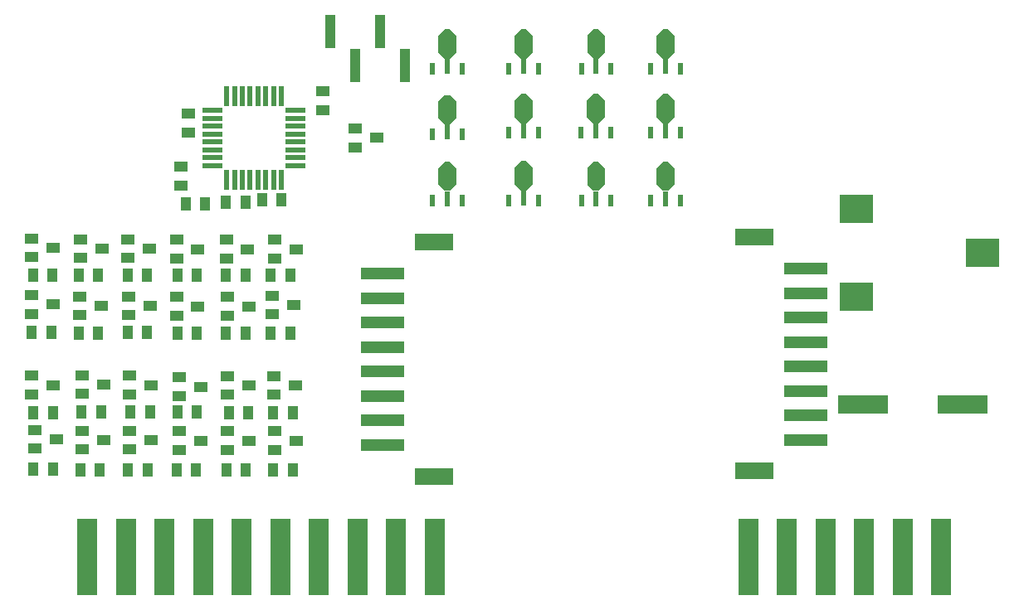
<source format=gbp>
G04*
G04 #@! TF.GenerationSoftware,Altium Limited,Altium Designer,18.1.7 (191)*
G04*
G04 Layer_Color=128*
%FSLAX44Y44*%
%MOMM*%
G71*
G01*
G75*
%ADD16R,1.0200X3.5000*%
%ADD19R,1.4000X1.1000*%
%ADD26R,1.1000X1.4000*%
%ADD28R,4.5000X1.3000*%
%ADD29R,3.9000X1.8000*%
%ADD30R,1.4000X1.0000*%
%ADD37R,2.0000X7.8740*%
%ADD64R,3.5000X3.0000*%
%ADD65R,0.5500X2.0000*%
%ADD66R,2.0000X0.5500*%
%ADD67R,0.5000X1.2000*%
%ADD68R,0.5000X1.6000*%
%ADD69R,5.0800X1.9000*%
G36*
X921530Y825930D02*
Y808930D01*
X915030Y802430D01*
X910030D01*
X903530Y808930D01*
Y825930D01*
X910030Y832430D01*
X915030D01*
X921530Y825930D01*
D02*
G37*
G36*
X843614Y825930D02*
Y808930D01*
X837114Y802430D01*
X832114D01*
X825614Y808930D01*
Y825930D01*
X832114Y832430D01*
X837114D01*
X843614Y825930D01*
D02*
G37*
G36*
X921530Y759950D02*
Y742950D01*
X915030Y736450D01*
X910030D01*
X903530Y742950D01*
Y759950D01*
X910030Y766450D01*
X915030D01*
X921530Y759950D01*
D02*
G37*
G36*
X843614Y758794D02*
Y741794D01*
X837114Y735294D01*
X832114D01*
X825614Y741794D01*
Y758794D01*
X832114Y765294D01*
X837114D01*
X843614Y758794D01*
D02*
G37*
G36*
X921530Y691310D02*
Y674310D01*
X915030Y667810D01*
X910030D01*
X903530Y674310D01*
Y691310D01*
X910030Y697810D01*
X915030D01*
X921530Y691310D01*
D02*
G37*
G36*
X843614Y690810D02*
Y673810D01*
X837114Y667310D01*
X832114D01*
X825614Y673810D01*
Y690810D01*
X832114Y697310D01*
X837114D01*
X843614Y690810D01*
D02*
G37*
G36*
X1066310Y825930D02*
Y808930D01*
X1059810Y802430D01*
X1054810D01*
X1048310Y808930D01*
Y825930D01*
X1054810Y832430D01*
X1059810D01*
X1066310Y825930D01*
D02*
G37*
G36*
X995550D02*
Y808930D01*
X989050Y802430D01*
X984050D01*
X977550Y808930D01*
Y825930D01*
X984050Y832430D01*
X989050D01*
X995550Y825930D01*
D02*
G37*
G36*
X1066310Y759950D02*
Y742950D01*
X1059810Y736450D01*
X1054810D01*
X1048310Y742950D01*
Y759950D01*
X1054810Y766450D01*
X1059810D01*
X1066310Y759950D01*
D02*
G37*
G36*
X995310D02*
Y742950D01*
X988810Y736450D01*
X983810D01*
X977310Y742950D01*
Y759950D01*
X983810Y766450D01*
X988810D01*
X995310Y759950D01*
D02*
G37*
G36*
X1066310Y690810D02*
Y673810D01*
X1059810Y667310D01*
X1054810D01*
X1048310Y673810D01*
Y690810D01*
X1054810Y697310D01*
X1059810D01*
X1066310Y690810D01*
D02*
G37*
G36*
X995550Y690810D02*
Y673810D01*
X989050Y667310D01*
X984050D01*
X977550Y673810D01*
Y690810D01*
X984050Y697310D01*
X989050D01*
X995550Y690810D01*
D02*
G37*
D16*
X714906Y830070D02*
D03*
X740306Y795070D02*
D03*
X765706Y830070D02*
D03*
X791106Y795070D02*
D03*
D19*
X562610Y692230D02*
D03*
Y672230D02*
D03*
X570573Y726600D02*
D03*
Y746600D02*
D03*
X707390Y749460D02*
D03*
Y769460D02*
D03*
D26*
X567850Y654050D02*
D03*
X587850D02*
D03*
X461576Y441840D02*
D03*
X481576D02*
D03*
X674360Y581283D02*
D03*
X654360D02*
D03*
X657156Y440960D02*
D03*
X677156D02*
D03*
X611702Y440960D02*
D03*
X631702D02*
D03*
X559366Y441840D02*
D03*
X579366D02*
D03*
X511244D02*
D03*
X531244D02*
D03*
X508298Y581283D02*
D03*
X528298D02*
D03*
X508744Y382270D02*
D03*
X528744D02*
D03*
X412379Y383420D02*
D03*
X432379D02*
D03*
X508298Y523197D02*
D03*
X528298D02*
D03*
X458546Y522317D02*
D03*
X478546D02*
D03*
X410704Y523197D02*
D03*
X430704D02*
D03*
X558398Y381890D02*
D03*
X578398D02*
D03*
X654360Y521970D02*
D03*
X674360D02*
D03*
X608756D02*
D03*
X628756D02*
D03*
X645480Y658052D02*
D03*
X665480D02*
D03*
X559222Y521970D02*
D03*
X579222D02*
D03*
X628830Y581283D02*
D03*
X608830D02*
D03*
X412379Y440960D02*
D03*
X432379D02*
D03*
X559222Y581283D02*
D03*
X579222D02*
D03*
X458630D02*
D03*
X478630D02*
D03*
X460222Y382540D02*
D03*
X480222D02*
D03*
X657156Y381890D02*
D03*
X677156D02*
D03*
X609202Y381890D02*
D03*
X629202D02*
D03*
X411934Y581283D02*
D03*
X431934D02*
D03*
X608971Y655512D02*
D03*
X628971D02*
D03*
D28*
X1200790Y488000D02*
D03*
Y463000D02*
D03*
Y438000D02*
D03*
Y413000D02*
D03*
Y513000D02*
D03*
Y538000D02*
D03*
Y563000D02*
D03*
Y588000D02*
D03*
X768202Y507800D02*
D03*
Y532800D02*
D03*
Y557800D02*
D03*
Y582800D02*
D03*
Y482800D02*
D03*
Y457800D02*
D03*
Y432800D02*
D03*
Y407800D02*
D03*
D29*
X1147790Y620000D02*
D03*
Y381000D02*
D03*
X821202Y375800D02*
D03*
Y614800D02*
D03*
D30*
X740840Y711860D02*
D03*
Y730860D02*
D03*
X762840Y721360D02*
D03*
X432640Y469010D02*
D03*
X410640Y478510D02*
D03*
Y459510D02*
D03*
X432640Y609300D02*
D03*
X410640Y618800D02*
D03*
Y599800D02*
D03*
X582952Y467316D02*
D03*
X560952Y476816D02*
D03*
Y457816D02*
D03*
X580223Y607770D02*
D03*
X558223Y617270D02*
D03*
Y598270D02*
D03*
X483722Y469280D02*
D03*
X461722Y478780D02*
D03*
Y459780D02*
D03*
X482046Y608420D02*
D03*
X460046Y617920D02*
D03*
Y598920D02*
D03*
X632701Y468630D02*
D03*
X610701Y478130D02*
D03*
Y459130D02*
D03*
X631026Y607770D02*
D03*
X609026Y617270D02*
D03*
Y598270D02*
D03*
X680290Y607770D02*
D03*
X658290Y617270D02*
D03*
Y598270D02*
D03*
X435879Y413683D02*
D03*
X413879Y423183D02*
D03*
Y404183D02*
D03*
X432185Y551180D02*
D03*
X410185Y560680D02*
D03*
Y541680D02*
D03*
X582906Y412153D02*
D03*
X560906Y421653D02*
D03*
Y402653D02*
D03*
X580223Y549445D02*
D03*
X558223Y558945D02*
D03*
Y539944D02*
D03*
X483722Y412803D02*
D03*
X461722Y422303D02*
D03*
Y403303D02*
D03*
X481533Y550094D02*
D03*
X459533Y559594D02*
D03*
Y540594D02*
D03*
X632701Y412153D02*
D03*
X610701Y421653D02*
D03*
Y402653D02*
D03*
X632030Y549445D02*
D03*
X610030Y558945D02*
D03*
Y539944D02*
D03*
X532244Y469010D02*
D03*
X510244Y478510D02*
D03*
Y459510D02*
D03*
X530568Y608150D02*
D03*
X508568Y617650D02*
D03*
Y598650D02*
D03*
X532244Y412533D02*
D03*
X510244Y422033D02*
D03*
Y403033D02*
D03*
X679426Y468630D02*
D03*
X657426Y478130D02*
D03*
Y459130D02*
D03*
X531698Y549910D02*
D03*
X509698Y559410D02*
D03*
Y540410D02*
D03*
X680656Y412153D02*
D03*
X658656Y421653D02*
D03*
Y402653D02*
D03*
X677710Y550714D02*
D03*
X655710Y560215D02*
D03*
Y541214D02*
D03*
D37*
X821960Y293370D02*
D03*
X782560D02*
D03*
X743160D02*
D03*
X703760D02*
D03*
X664360D02*
D03*
X624960D02*
D03*
X585560D02*
D03*
X546160D02*
D03*
X506760D02*
D03*
X467360D02*
D03*
X1338580D02*
D03*
X1299180D02*
D03*
X1259780D02*
D03*
X1220380D02*
D03*
X1180980D02*
D03*
X1141580D02*
D03*
D64*
X1380720Y603970D02*
D03*
X1252220Y558970D02*
D03*
Y648970D02*
D03*
D65*
X609540Y678860D02*
D03*
X617540D02*
D03*
X625540D02*
D03*
X633540D02*
D03*
X641540D02*
D03*
X649540D02*
D03*
X657540D02*
D03*
X665540D02*
D03*
X665540Y763860D02*
D03*
X657540D02*
D03*
X649540D02*
D03*
X641540D02*
D03*
X633540D02*
D03*
X625540D02*
D03*
X617540D02*
D03*
X609540D02*
D03*
D66*
X680040Y693360D02*
D03*
Y701360D02*
D03*
Y709360D02*
D03*
Y717360D02*
D03*
Y725360D02*
D03*
Y733360D02*
D03*
Y741360D02*
D03*
Y749360D02*
D03*
X595040Y749360D02*
D03*
Y741360D02*
D03*
Y733360D02*
D03*
Y725360D02*
D03*
Y717360D02*
D03*
Y709360D02*
D03*
Y701360D02*
D03*
Y693360D02*
D03*
D67*
X1042310Y657310D02*
D03*
X1072310D02*
D03*
X1042310Y726450D02*
D03*
X1072310D02*
D03*
X1042310Y792430D02*
D03*
X1072310D02*
D03*
X897530D02*
D03*
X927530D02*
D03*
X897530Y726450D02*
D03*
X927530D02*
D03*
X897530Y657810D02*
D03*
X927530D02*
D03*
X971550Y657310D02*
D03*
X1001550D02*
D03*
X971310Y726450D02*
D03*
X1001310D02*
D03*
X971550Y792430D02*
D03*
X1001550D02*
D03*
X819614Y792430D02*
D03*
X849614D02*
D03*
X819614Y725294D02*
D03*
X849614D02*
D03*
X819614Y657310D02*
D03*
X849614D02*
D03*
D68*
X1057310Y659310D02*
D03*
X1057310Y728450D02*
D03*
X1057310Y794430D02*
D03*
X912530D02*
D03*
Y728450D02*
D03*
Y659810D02*
D03*
X986550Y659310D02*
D03*
X986310Y728450D02*
D03*
X986550Y794430D02*
D03*
X834614Y794430D02*
D03*
Y727294D02*
D03*
X834614Y659310D02*
D03*
D69*
X1360170Y449040D02*
D03*
X1258570D02*
D03*
M02*

</source>
